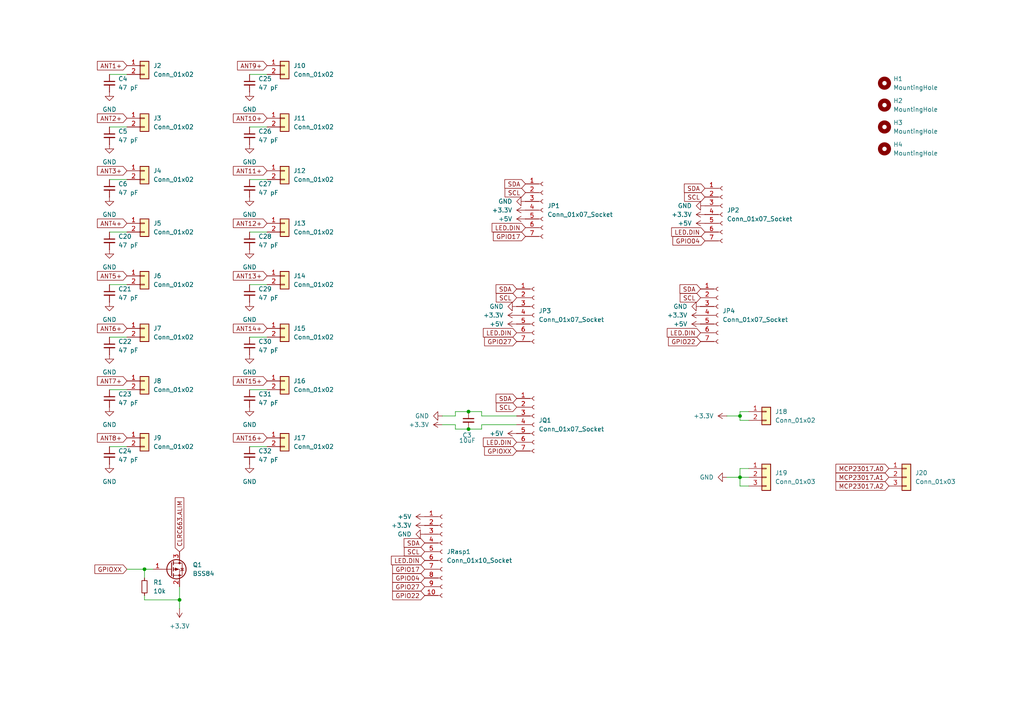
<source format=kicad_sch>
(kicad_sch (version 20250114) (generator "eeschema") (generator_version "9.0")
  (paper "A4")
  (lib_symbols
    (symbol "Connector:Conn_01x07_Socket" (pin_names (offset 1.016) (hide yes))
      (property "Reference" "J" (at 0 10.16 0))
      (property "Value" "Conn_01x07_Socket" (at 0 -10.16 0))
      (symbol "Conn_01x07_Socket_1_1"
        (polyline (pts (xy -1.27 7.62) (xy -0.508 7.62)) (stroke (width 0.1524)))
        (polyline (pts (xy -1.27 5.08) (xy -0.508 5.08)) (stroke (width 0.1524)))
        (polyline (pts (xy -1.27 2.54) (xy -0.508 2.54)) (stroke (width 0.1524)))
        (polyline (pts (xy -1.27 0) (xy -0.508 0)) (stroke (width 0.1524)))
        (polyline (pts (xy -1.27 -2.54) (xy -0.508 -2.54)) (stroke (width 0.1524)))
        (polyline (pts (xy -1.27 -5.08) (xy -0.508 -5.08)) (stroke (width 0.1524)))
        (polyline (pts (xy -1.27 -7.62) (xy -0.508 -7.62)) (stroke (width 0.1524)))
        (arc (start 0 7.112) (mid -0.5058 7.62) (end 0 8.128) (stroke (width 0.1524)))
        (arc (start 0 4.572) (mid -0.5058 5.08) (end 0 5.588) (stroke (width 0.1524)))
        (arc (start 0 2.032) (mid -0.5058 2.54) (end 0 3.048) (stroke (width 0.1524)))
        (arc (start 0 -0.508) (mid -0.5058 0) (end 0 0.508) (stroke (width 0.1524)))
        (arc (start 0 -3.048) (mid -0.5058 -2.54) (end 0 -2.032) (stroke (width 0.1524)))
        (arc (start 0 -5.588) (mid -0.5058 -5.08) (end 0 -4.572) (stroke (width 0.1524)))
        (arc (start 0 -8.128) (mid -0.5058 -7.62) (end 0 -7.112) (stroke (width 0.1524)))
        (pin passive line (at -5.08 7.62 0) (length 3.81) (name "Pin_1") (number "1"))
        (pin passive line (at -5.08 5.08 0) (length 3.81) (name "Pin_2") (number "2"))
        (pin passive line (at -5.08 2.54 0) (length 3.81) (name "Pin_3") (number "3"))
        (pin passive line (at -5.08 0 0) (length 3.81) (name "Pin_4") (number "4"))
        (pin passive line (at -5.08 -2.54 0) (length 3.81) (name "Pin_5") (number "5"))
        (pin passive line (at -5.08 -5.08 0) (length 3.81) (name "Pin_6") (number "6"))
        (pin passive line (at -5.08 -7.62 0) (length 3.81) (name "Pin_7") (number "7"))
      )
    )
    (symbol "Connector:Conn_01x10_Socket" (pin_names (offset 1.016) (hide yes))
      (property "Reference" "J" (at 0 12.7 0))
      (property "Value" "Conn_01x10_Socket" (at 0 -15.24 0))
      (symbol "Conn_01x10_Socket_1_1"
        (polyline (pts (xy -1.27 10.16) (xy -0.508 10.16)) (stroke (width 0.1524)))
        (polyline (pts (xy -1.27 7.62) (xy -0.508 7.62)) (stroke (width 0.1524)))
        (polyline (pts (xy -1.27 5.08) (xy -0.508 5.08)) (stroke (width 0.1524)))
        (polyline (pts (xy -1.27 2.54) (xy -0.508 2.54)) (stroke (width 0.1524)))
        (polyline (pts (xy -1.27 0) (xy -0.508 0)) (stroke (width 0.1524)))
        (polyline (pts (xy -1.27 -2.54) (xy -0.508 -2.54)) (stroke (width 0.1524)))
        (polyline (pts (xy -1.27 -5.08) (xy -0.508 -5.08)) (stroke (width 0.1524)))
        (polyline (pts (xy -1.27 -7.62) (xy -0.508 -7.62)) (stroke (width 0.1524)))
        (polyline (pts (xy -1.27 -10.16) (xy -0.508 -10.16)) (stroke (width 0.1524)))
        (polyline (pts (xy -1.27 -12.7) (xy -0.508 -12.7)) (stroke (width 0.1524)))
        (arc (start 0 9.652) (mid -0.5058 10.16) (end 0 10.668) (stroke (width 0.1524)))
        (arc (start 0 7.112) (mid -0.5058 7.62) (end 0 8.128) (stroke (width 0.1524)))
        (arc (start 0 4.572) (mid -0.5058 5.08) (end 0 5.588) (stroke (width 0.1524)))
        (arc (start 0 2.032) (mid -0.5058 2.54) (end 0 3.048) (stroke (width 0.1524)))
        (arc (start 0 -0.508) (mid -0.5058 0) (end 0 0.508) (stroke (width 0.1524)))
        (arc (start 0 -3.048) (mid -0.5058 -2.54) (end 0 -2.032) (stroke (width 0.1524)))
        (arc (start 0 -5.588) (mid -0.5058 -5.08) (end 0 -4.572) (stroke (width 0.1524)))
        (arc (start 0 -8.128) (mid -0.5058 -7.62) (end 0 -7.112) (stroke (width 0.1524)))
        (arc (start 0 -10.668) (mid -0.5058 -10.16) (end 0 -9.652) (stroke (width 0.1524)))
        (arc (start 0 -13.208) (mid -0.5058 -12.7) (end 0 -12.192) (stroke (width 0.1524)))
        (pin passive line (at -5.08 10.16 0) (length 3.81) (name "Pin_1") (number "1"))
        (pin passive line (at -5.08 7.62 0) (length 3.81) (name "Pin_2") (number "2"))
        (pin passive line (at -5.08 5.08 0) (length 3.81) (name "Pin_3") (number "3"))
        (pin passive line (at -5.08 2.54 0) (length 3.81) (name "Pin_4") (number "4"))
        (pin passive line (at -5.08 0 0) (length 3.81) (name "Pin_5") (number "5"))
        (pin passive line (at -5.08 -2.54 0) (length 3.81) (name "Pin_6") (number "6"))
        (pin passive line (at -5.08 -5.08 0) (length 3.81) (name "Pin_7") (number "7"))
        (pin passive line (at -5.08 -7.62 0) (length 3.81) (name "Pin_8") (number "8"))
        (pin passive line (at -5.08 -10.16 0) (length 3.81) (name "Pin_9") (number "9"))
        (pin passive line (at -5.08 -12.7 0) (length 3.81) (name "Pin_10") (number "10"))
      )
    )
    (symbol "Connector_Generic:Conn_01x02" (pin_names (offset 1.016) (hide yes))
      (property "Reference" "J" (at 0 2.54 0))
      (property "Value" "Conn_01x02" (at 0 -5.08 0))
      (symbol "Conn_01x02_1_1"
        (rectangle (start -1.27 1.27) (end 1.27 -3.81) (stroke (width 0.254)) (fill (type background)))
        (rectangle (start -1.27 0.127) (end 0 -0.127) (stroke (width 0.1524)))
        (rectangle (start -1.27 -2.413) (end 0 -2.667) (stroke (width 0.1524)))
        (pin passive line (at -5.08 0 0) (length 3.81) (name "Pin_1") (number "1"))
        (pin passive line (at -5.08 -2.54 0) (length 3.81) (name "Pin_2") (number "2"))
      )
    )
    (symbol "Connector_Generic:Conn_01x03" (pin_names (offset 1.016) (hide yes))
      (property "Reference" "J" (at 0 5.08 0))
      (property "Value" "Conn_01x03" (at 0 -5.08 0))
      (symbol "Conn_01x03_1_1"
        (rectangle (start -1.27 3.81) (end 1.27 -3.81) (stroke (width 0.254)) (fill (type background)))
        (rectangle (start -1.27 2.667) (end 0 2.413) (stroke (width 0.1524)))
        (rectangle (start -1.27 0.127) (end 0 -0.127) (stroke (width 0.1524)))
        (rectangle (start -1.27 -2.413) (end 0 -2.667) (stroke (width 0.1524)))
        (pin passive line (at -5.08 2.54 0) (length 3.81) (name "Pin_1") (number "1"))
        (pin passive line (at -5.08 0 0) (length 3.81) (name "Pin_2") (number "2"))
        (pin passive line (at -5.08 -2.54 0) (length 3.81) (name "Pin_3") (number "3"))
      )
    )
    (symbol "Device:C_Small" (pin_numbers (hide yes)) (pin_names (offset 0.254) (hide yes))
      (property "Reference" "C" (at 0.254 1.778 0))
      (property "Value" "C_Small" (at 0.254 -2.032 0))
      (symbol "C_Small_0_1"
        (polyline (pts (xy -1.524 0.508) (xy 1.524 0.508)) (stroke (width 0.3048)))
        (polyline (pts (xy -1.524 -0.508) (xy 1.524 -0.508)) (stroke (width 0.3302)))
      )
      (symbol "C_Small_1_1"
        (pin passive line (at 0 2.54 270) (length 2.032) (name "~") (number "1"))
        (pin passive line (at 0 -2.54 90) (length 2.032) (name "~") (number "2"))
      )
    )
    (symbol "Device:R_Small" (pin_numbers (hide yes)) (pin_names (offset 0.254) (hide yes))
      (property "Reference" "R" (at 0.762 0.508 0))
      (property "Value" "R_Small" (at 0.762 -1.016 0))
      (symbol "R_Small_0_1"
        (rectangle (start -0.762 1.778) (end 0.762 -1.778) (stroke (width 0.2032)))
      )
      (symbol "R_Small_1_1"
        (pin passive line (at 0 2.54 270) (length 0.762) (name "~") (number "1"))
        (pin passive line (at 0 -2.54 90) (length 0.762) (name "~") (number "2"))
      )
    )
    (symbol "Mechanical:MountingHole" (pin_names (offset 1.016)) (exclude_from_sim yes) (in_bom no)
      (property "Reference" "H" (at 0 5.08 0))
      (property "Value" "MountingHole" (at 0 3.175 0))
      (symbol "MountingHole_0_1"
        (circle (center 0 0) (radius 1.27) (stroke (width 1.27)))
      )
    )
    (symbol "Transistor_FET:BSS84" (pin_names (hide yes))
      (property "Reference" "Q" (at 5.08 1.905 0))
      (property "Value" "BSS84" (at 5.08 0 0))
      (symbol "BSS84_0_1"
        (polyline (pts (xy 0.254 1.905) (xy 0.254 -1.905)) (stroke (width 0.254)))
        (polyline (pts (xy 0.254 0) (xy -2.54 0)))
        (polyline (pts (xy 0.762 2.286) (xy 0.762 1.27)) (stroke (width 0.254)))
        (polyline (pts (xy 0.762 1.778) (xy 3.302 1.778) (xy 3.302 -1.778) (xy 0.762 -1.778)))
        (polyline (pts (xy 0.762 0.508) (xy 0.762 -0.508)) (stroke (width 0.254)))
        (polyline (pts (xy 0.762 -1.27) (xy 0.762 -2.286)) (stroke (width 0.254)))
        (circle (center 1.651 0) (radius 2.794) (stroke (width 0.254)))
        (polyline (pts (xy 2.286 0) (xy 1.27 0.381) (xy 1.27 -0.381) (xy 2.286 0)) (fill (type outline)))
        (polyline (pts (xy 2.54 2.54) (xy 2.54 1.778)))
        (circle (center 2.54 1.778) (radius 0.254) (fill (type outline)))
        (circle (center 2.54 -1.778) (radius 0.254) (fill (type outline)))
        (polyline (pts (xy 2.54 -2.54) (xy 2.54 0) (xy 0.762 0)))
        (polyline (pts (xy 2.794 -0.508) (xy 2.921 -0.381) (xy 3.683 -0.381) (xy 3.81 -0.254)))
        (polyline (pts (xy 3.302 -0.381) (xy 2.921 0.254) (xy 3.683 0.254) (xy 3.302 -0.381)))
      )
      (symbol "BSS84_1_1"
        (pin input line (at -5.08 0 0) (length 2.54) (name "G") (number "1"))
        (pin passive line (at 2.54 5.08 270) (length 2.54) (name "D") (number "3"))
        (pin passive line (at 2.54 -5.08 90) (length 2.54) (name "S") (number "2"))
      )
    )
    (symbol "power:+3.3V" (power) (pin_numbers (hide yes)) (pin_names (offset 0) (hide yes))
      (property "Value" "+3.3V" (at 0 3.556 0))
      (symbol "+3.3V_0_1"
        (polyline (pts (xy -0.762 1.27) (xy 0 2.54)))
        (polyline (pts (xy 0 2.54) (xy 0.762 1.27)))
        (polyline (pts (xy 0 0) (xy 0 2.54)))
      )
      (symbol "+3.3V_1_1"
        (pin power_in line (at 0 0 90) (length 0) (name "~") (number "1"))
      )
    )
    (symbol "power:+5V" (power) (pin_numbers (hide yes)) (pin_names (offset 0) (hide yes))
      (property "Value" "+5V" (at 0 3.556 0))
      (symbol "+5V_0_1"
        (polyline (pts (xy -0.762 1.27) (xy 0 2.54)))
        (polyline (pts (xy 0 2.54) (xy 0.762 1.27)))
        (polyline (pts (xy 0 0) (xy 0 2.54)))
      )
      (symbol "+5V_1_1"
        (pin power_in line (at 0 0 90) (length 0) (name "~") (number "1"))
      )
    )
    (symbol "power:GND" (power) (pin_numbers (hide yes)) (pin_names (offset 0) (hide yes))
      (property "Value" "GND" (at 0 -3.81 0))
      (symbol "GND_0_1"
        (polyline (pts (xy 0 0) (xy 0 -1.27) (xy 1.27 -1.27) (xy 0 -2.54) (xy -1.27 -1.27) (xy 0 -1.27)))
      )
      (symbol "GND_1_1"
        (pin power_in line (at 0 0 270) (length 0) (name "~") (number "1"))
      )
    )
  )
  (junction (at 135.89 119.38))
  (junction (at 52.07 173.99))
  (junction (at 214.63 138.43))
  (junction (at 214.63 120.65))
  (junction (at 135.89 124.46))
  (junction (at 41.91 165.1))
  (wire (pts (xy 128.27 123.19) (xy 132.08 123.19)))
  (wire (pts (xy 31.75 113.03) (xy 36.83 113.03)))
  (wire (pts (xy 214.63 138.43) (xy 217.17 138.43)))
  (wire (pts (xy 41.91 172.72) (xy 41.91 173.99)))
  (wire (pts (xy 128.27 120.65) (xy 132.08 120.65)))
  (wire (pts (xy 72.39 97.79) (xy 77.47 97.79)))
  (wire (pts (xy 214.63 121.92) (xy 214.63 120.65)))
  (wire (pts (xy 210.82 138.43) (xy 214.63 138.43)))
  (wire (pts (xy 31.75 129.54) (xy 36.83 129.54)))
  (wire (pts (xy 41.91 165.1) (xy 44.45 165.1)))
  (wire (pts (xy 139.7 123.19) (xy 139.7 124.46)))
  (wire (pts (xy 72.39 52.07) (xy 77.47 52.07)))
  (wire (pts (xy 31.75 21.59) (xy 36.83 21.59)))
  (wire (pts (xy 139.7 119.38) (xy 135.89 119.38)))
  (wire (pts (xy 72.39 21.59) (xy 77.47 21.59)))
  (wire (pts (xy 217.17 140.97) (xy 214.63 140.97)))
  (wire (pts (xy 210.82 120.65) (xy 214.63 120.65)))
  (wire (pts (xy 36.83 165.1) (xy 41.91 165.1)))
  (wire (pts (xy 72.39 67.31) (xy 77.47 67.31)))
  (wire (pts (xy 31.75 36.83) (xy 36.83 36.83)))
  (wire (pts (xy 139.7 124.46) (xy 135.89 124.46)))
  (wire (pts (xy 72.39 82.55) (xy 77.47 82.55)))
  (wire (pts (xy 132.08 124.46) (xy 135.89 124.46)))
  (wire (pts (xy 52.07 173.99) (xy 52.07 170.18)))
  (wire (pts (xy 72.39 113.03) (xy 77.47 113.03)))
  (wire (pts (xy 214.63 119.38) (xy 217.17 119.38)))
  (wire (pts (xy 52.07 176.53) (xy 52.07 173.99)))
  (wire (pts (xy 214.63 135.89) (xy 217.17 135.89)))
  (wire (pts (xy 31.75 97.79) (xy 36.83 97.79)))
  (wire (pts (xy 31.75 82.55) (xy 36.83 82.55)))
  (wire (pts (xy 41.91 173.99) (xy 52.07 173.99)))
  (wire (pts (xy 214.63 138.43) (xy 214.63 135.89)))
  (wire (pts (xy 149.86 120.65) (xy 139.7 120.65)))
  (wire (pts (xy 132.08 119.38) (xy 135.89 119.38)))
  (wire (pts (xy 31.75 67.31) (xy 36.83 67.31)))
  (wire (pts (xy 132.08 123.19) (xy 132.08 124.46)))
  (wire (pts (xy 139.7 120.65) (xy 139.7 119.38)))
  (wire (pts (xy 31.75 52.07) (xy 36.83 52.07)))
  (wire (pts (xy 132.08 120.65) (xy 132.08 119.38)))
  (wire (pts (xy 214.63 120.65) (xy 214.63 119.38)))
  (wire (pts (xy 214.63 140.97) (xy 214.63 138.43)))
  (wire (pts (xy 72.39 129.54) (xy 77.47 129.54)))
  (wire (pts (xy 217.17 121.92) (xy 214.63 121.92)))
  (wire (pts (xy 41.91 167.64) (xy 41.91 165.1)))
  (wire (pts (xy 149.86 123.19) (xy 139.7 123.19)))
  (wire (pts (xy 72.39 36.83) (xy 77.47 36.83)))
  (global_label "ANT10+" (shape input) (at 77.47 34.29 180) (property "Intersheetrefs" "${INTERSHEET_REFS}" (effects (hide yes))))
  (global_label "GPIO22" (shape input) (at 123.19 172.72 180) (property "Intersheetrefs" "${INTERSHEET_REFS}" (effects (hide yes))))
  (global_label "LED.DIN" (shape input) (at 149.86 128.27 180) (property "Intersheetrefs" "${INTERSHEET_REFS}" (effects (hide yes))))
  (global_label "ANT7+" (shape input) (at 36.83 110.49 180) (property "Intersheetrefs" "${INTERSHEET_REFS}" (effects (hide yes))))
  (global_label "GPIO27" (shape input) (at 123.19 170.18 180) (property "Intersheetrefs" "${INTERSHEET_REFS}" (effects (hide yes))))
  (global_label "ANT12+" (shape input) (at 77.47 64.77 180) (property "Intersheetrefs" "${INTERSHEET_REFS}" (effects (hide yes))))
  (global_label "SDA" (shape input) (at 123.19 157.48 180) (property "Intersheetrefs" "${INTERSHEET_REFS}" (effects (hide yes))))
  (global_label "SDA" (shape input) (at 204.47 54.61 180) (property "Intersheetrefs" "${INTERSHEET_REFS}" (effects (hide yes))))
  (global_label "ANT8+" (shape input) (at 36.83 127 180) (property "Intersheetrefs" "${INTERSHEET_REFS}" (effects (hide yes))))
  (global_label "ANT15+" (shape input) (at 77.47 110.49 180) (property "Intersheetrefs" "${INTERSHEET_REFS}" (effects (hide yes))))
  (global_label "MCP23017.A1" (shape input) (at 257.81 138.43 180) (property "Intersheetrefs" "${INTERSHEET_REFS}" (effects (hide yes))))
  (global_label "GPIOXX" (shape input) (at 36.83 165.1 180) (property "Intersheetrefs" "${INTERSHEET_REFS}" (effects (hide yes))))
  (global_label "GPIO04" (shape input) (at 204.47 69.85 180) (property "Intersheetrefs" "${INTERSHEET_REFS}" (effects (hide yes))))
  (global_label "ANT5+" (shape input) (at 36.83 80.01 180) (property "Intersheetrefs" "${INTERSHEET_REFS}" (effects (hide yes))))
  (global_label "LED.DIN" (shape input) (at 149.86 96.52 180) (property "Intersheetrefs" "${INTERSHEET_REFS}" (effects (hide yes))))
  (global_label "MCP23017.A0" (shape input) (at 257.81 135.89 180) (property "Intersheetrefs" "${INTERSHEET_REFS}" (effects (hide yes))))
  (global_label "SDA" (shape input) (at 149.86 115.57 180) (property "Intersheetrefs" "${INTERSHEET_REFS}" (effects (hide yes))))
  (global_label "ANT2+" (shape input) (at 36.83 34.29 180) (property "Intersheetrefs" "${INTERSHEET_REFS}" (effects (hide yes))))
  (global_label "LED.DIN" (shape input) (at 203.2 96.52 180) (property "Intersheetrefs" "${INTERSHEET_REFS}" (effects (hide yes))))
  (global_label "ANT14+" (shape input) (at 77.47 95.25 180) (property "Intersheetrefs" "${INTERSHEET_REFS}" (effects (hide yes))))
  (global_label "GPIO27" (shape input) (at 149.86 99.06 180) (property "Intersheetrefs" "${INTERSHEET_REFS}" (effects (hide yes))))
  (global_label "ANT4+" (shape input) (at 36.83 64.77 180) (property "Intersheetrefs" "${INTERSHEET_REFS}" (effects (hide yes))))
  (global_label "LED.DIN" (shape input) (at 123.19 162.56 180) (property "Intersheetrefs" "${INTERSHEET_REFS}" (effects (hide yes))))
  (global_label "GPIO04" (shape input) (at 123.19 167.64 180) (property "Intersheetrefs" "${INTERSHEET_REFS}" (effects (hide yes))))
  (global_label "SCL" (shape input) (at 149.86 86.36 180) (property "Intersheetrefs" "${INTERSHEET_REFS}" (effects (hide yes))))
  (global_label "GPIO22" (shape input) (at 203.2 99.06 180) (property "Intersheetrefs" "${INTERSHEET_REFS}" (effects (hide yes))))
  (global_label "ANT13+" (shape input) (at 77.47 80.01 180) (property "Intersheetrefs" "${INTERSHEET_REFS}" (effects (hide yes))))
  (global_label "SCL" (shape input) (at 152.4 55.88 180) (property "Intersheetrefs" "${INTERSHEET_REFS}" (effects (hide yes))))
  (global_label "LED.DIN" (shape input) (at 204.47 67.31 180) (property "Intersheetrefs" "${INTERSHEET_REFS}" (effects (hide yes))))
  (global_label "SCL" (shape input) (at 149.86 118.11 180) (property "Intersheetrefs" "${INTERSHEET_REFS}" (effects (hide yes))))
  (global_label "SDA" (shape input) (at 149.86 83.82 180) (property "Intersheetrefs" "${INTERSHEET_REFS}" (effects (hide yes))))
  (global_label "GPIOXX" (shape input) (at 149.86 130.81 180) (property "Intersheetrefs" "${INTERSHEET_REFS}" (effects (hide yes))))
  (global_label "ANT1+" (shape input) (at 36.83 19.05 180) (property "Intersheetrefs" "${INTERSHEET_REFS}" (effects (hide yes))))
  (global_label "ANT11+" (shape input) (at 77.47 49.53 180) (property "Intersheetrefs" "${INTERSHEET_REFS}" (effects (hide yes))))
  (global_label "SDA" (shape input) (at 152.4 53.34 180) (property "Intersheetrefs" "${INTERSHEET_REFS}" (effects (hide yes))))
  (global_label "SCL" (shape input) (at 203.2 86.36 180) (property "Intersheetrefs" "${INTERSHEET_REFS}" (effects (hide yes))))
  (global_label "ANT16+" (shape input) (at 77.47 127 180) (property "Intersheetrefs" "${INTERSHEET_REFS}" (effects (hide yes))))
  (global_label "ANT6+" (shape input) (at 36.83 95.25 180) (property "Intersheetrefs" "${INTERSHEET_REFS}" (effects (hide yes))))
  (global_label "SCL" (shape input) (at 204.47 57.15 180) (property "Intersheetrefs" "${INTERSHEET_REFS}" (effects (hide yes))))
  (global_label "SDA" (shape input) (at 203.2 83.82 180) (property "Intersheetrefs" "${INTERSHEET_REFS}" (effects (hide yes))))
  (global_label "GPIO17" (shape input) (at 152.4 68.58 180) (property "Intersheetrefs" "${INTERSHEET_REFS}" (effects (hide yes))))
  (global_label "MCP23017.A2" (shape input) (at 257.81 140.97 180) (property "Intersheetrefs" "${INTERSHEET_REFS}" (effects (hide yes))))
  (global_label "CLRC663.ALIM" (shape input) (at 52.07 160.02 90) (property "Intersheetrefs" "${INTERSHEET_REFS}" (effects (hide yes))))
  (global_label "ANT3+" (shape input) (at 36.83 49.53 180) (property "Intersheetrefs" "${INTERSHEET_REFS}" (effects (hide yes))))
  (global_label "ANT9+" (shape input) (at 77.47 19.05 180) (property "Intersheetrefs" "${INTERSHEET_REFS}" (effects (hide yes))))
  (global_label "LED.DIN" (shape input) (at 152.4 66.04 180) (property "Intersheetrefs" "${INTERSHEET_REFS}" (effects (hide yes))))
  (global_label "GPIO17" (shape input) (at 123.19 165.1 180) (property "Intersheetrefs" "${INTERSHEET_REFS}" (effects (hide yes))))
  (global_label "SCL" (shape input) (at 123.19 160.02 180) (property "Intersheetrefs" "${INTERSHEET_REFS}" (effects (hide yes))))
  (symbol (lib_id "power:GND") (at 203.2 88.9 270) (unit 1)
    (property "Reference" "#PWR061" (effects (hide yes)))
    (property "Value" "GND" (at 199.39 88.8999 90) (effects (justify right)))
    (property "Description" "Power symbol creates a global label with name \"GND\" , ground" (effects (hide yes)))
  )
  (symbol (lib_id "Device:R_Small") (at 41.91 170.18 0) (unit 1)
    (property "Reference" "R1" (at 44.45 168.9099 0) (effects (justify left)))
    (property "Value" "10k" (at 44.45 171.4499 0) (effects (justify left)))
    (property "Footprint" "Resistor_SMD:R_0402_1005Metric" (effects (hide yes)))
    (property "Description" "Resistor, small symbol" (effects (hide yes)))
  )
  (symbol (lib_id "Device:C_Small") (at 72.39 132.08 0) (unit 1)
    (property "Reference" "C32" (at 74.93 130.8162 0) (effects (justify left)))
    (property "Value" "47 pF" (at 74.93 133.3562 0) (effects (justify left)))
    (property "Footprint" "Capacitor_SMD:C_0402_1005Metric" (effects (hide yes)))
    (property "Description" "Unpolarized capacitor, small symbol" (effects (hide yes)))
  )
  (symbol (lib_id "power:+3.3V") (at 149.86 91.44 90) (unit 1)
    (property "Reference" "#PWR059" (effects (hide yes)))
    (property "Value" "+3.3V" (at 146.05 91.4399 90) (effects (justify left)))
    (property "Description" "Power symbol creates a global label with name \"+3.3V\"" (effects (hide yes)))
  )
  (symbol (lib_id "Device:C_Small") (at 72.39 24.13 0) (unit 1)
    (property "Reference" "C25" (at 74.93 22.8662 0) (effects (justify left)))
    (property "Value" "47 pF" (at 74.93 25.4062 0) (effects (justify left)))
    (property "Footprint" "Capacitor_SMD:C_0402_1005Metric" (effects (hide yes)))
    (property "Description" "Unpolarized capacitor, small symbol" (effects (hide yes)))
  )
  (symbol (lib_id "Connector_Generic:Conn_01x02") (at 82.55 127 0) (unit 1)
    (property "Reference" "J17" (at 85.09 126.9999 0) (effects (justify left)))
    (property "Value" "Conn_01x02" (at 85.09 129.5399 0) (effects (justify left)))
    (property "Footprint" "Connector_PinHeader_2.54mm:PinHeader_1x02_P2.54mm_Vertical" (effects (hide yes)))
    (property "Description" "Generic connector, single row, 01x02, script generated (kicad-library-utils/schlib/autogen/connector/)" (effects (hide yes)))
  )
  (symbol (lib_id "Device:C_Small") (at 31.75 85.09 0) (unit 1)
    (property "Reference" "C21" (at 34.29 83.8262 0) (effects (justify left)))
    (property "Value" "47 pF" (at 34.29 86.3662 0) (effects (justify left)))
    (property "Footprint" "Capacitor_SMD:C_0402_1005Metric" (effects (hide yes)))
    (property "Description" "Unpolarized capacitor, small symbol" (effects (hide yes)))
  )
  (symbol (lib_id "power:GND") (at 123.19 154.94 270) (unit 1)
    (property "Reference" "#PWR06" (effects (hide yes)))
    (property "Value" "GND" (at 119.38 154.9399 90) (effects (justify right)))
    (property "Description" "Power symbol creates a global label with name \"GND\" , ground" (effects (hide yes)))
  )
  (symbol (lib_id "power:+3.3V") (at 52.07 176.53 180) (unit 1)
    (property "Reference" "#PWR016" (effects (hide yes)))
    (property "Value" "+3.3V" (at 52.07 181.61 0))
    (property "Description" "Power symbol creates a global label with name \"+3.3V\"" (effects (hide yes)))
  )
  (symbol (lib_id "Connector_Generic:Conn_01x02") (at 82.55 19.05 0) (unit 1)
    (property "Reference" "J10" (at 85.09 19.0499 0) (effects (justify left)))
    (property "Value" "Conn_01x02" (at 85.09 21.5899 0) (effects (justify left)))
    (property "Footprint" "Connector_PinHeader_2.54mm:PinHeader_1x02_P2.54mm_Vertical" (effects (hide yes)))
    (property "Description" "Generic connector, single row, 01x02, script generated (kicad-library-utils/schlib/autogen/connector/)" (effects (hide yes)))
  )
  (symbol (lib_id "Connector_Generic:Conn_01x02") (at 41.91 34.29 0) (unit 1)
    (property "Reference" "J3" (at 44.45 34.2899 0) (effects (justify left)))
    (property "Value" "Conn_01x02" (at 44.45 36.8299 0) (effects (justify left)))
    (property "Footprint" "Connector_PinHeader_2.54mm:PinHeader_1x02_P2.54mm_Vertical" (effects (hide yes)))
    (property "Description" "Generic connector, single row, 01x02, script generated (kicad-library-utils/schlib/autogen/connector/)" (effects (hide yes)))
  )
  (symbol (lib_id "Device:C_Small") (at 72.39 69.85 0) (unit 1)
    (property "Reference" "C28" (at 74.93 68.5862 0) (effects (justify left)))
    (property "Value" "47 pF" (at 74.93 71.1262 0) (effects (justify left)))
    (property "Footprint" "Capacitor_SMD:C_0402_1005Metric" (effects (hide yes)))
    (property "Description" "Unpolarized capacitor, small symbol" (effects (hide yes)))
  )
  (symbol (lib_id "Connector_Generic:Conn_01x03") (at 262.89 138.43 0) (unit 1)
    (property "Reference" "J20" (at 265.43 137.1599 0) (effects (justify left)))
    (property "Value" "Conn_01x03" (at 265.43 139.6999 0) (effects (justify left)))
    (property "Footprint" "Connector_PinHeader_2.54mm:PinHeader_1x03_P2.54mm_Vertical" (effects (hide yes)))
    (property "Description" "Generic connector, single row, 01x03, script generated (kicad-library-utils/schlib/autogen/connector/)" (effects (hide yes)))
  )
  (symbol (lib_id "power:+3.3V") (at 128.27 123.19 90) (unit 1)
    (property "Reference" "#PWR065" (effects (hide yes)))
    (property "Value" "+3.3V" (at 124.46 123.1899 90) (effects (justify left)))
    (property "Description" "Power symbol creates a global label with name \"+3.3V\"" (effects (hide yes)))
  )
  (symbol (lib_id "power:GND") (at 210.82 138.43 270) (unit 1)
    (property "Reference" "#PWR050" (effects (hide yes)))
    (property "Value" "GND" (at 207.01 138.4299 90) (effects (justify right)))
    (property "Description" "Power symbol creates a global label with name \"GND\" , ground" (effects (hide yes)))
  )
  (symbol (lib_id "Connector_Generic:Conn_01x02") (at 82.55 64.77 0) (unit 1)
    (property "Reference" "J13" (at 85.09 64.7699 0) (effects (justify left)))
    (property "Value" "Conn_01x02" (at 85.09 67.3099 0) (effects (justify left)))
    (property "Footprint" "Connector_PinHeader_2.54mm:PinHeader_1x02_P2.54mm_Vertical" (effects (hide yes)))
    (property "Description" "Generic connector, single row, 01x02, script generated (kicad-library-utils/schlib/autogen/connector/)" (effects (hide yes)))
  )
  (symbol (lib_id "Device:C_Small") (at 31.75 115.57 0) (unit 1)
    (property "Reference" "C23" (at 34.29 114.3062 0) (effects (justify left)))
    (property "Value" "47 pF" (at 34.29 116.8462 0) (effects (justify left)))
    (property "Footprint" "Capacitor_SMD:C_0402_1005Metric" (effects (hide yes)))
    (property "Description" "Unpolarized capacitor, small symbol" (effects (hide yes)))
  )
  (symbol (lib_id "Device:C_Small") (at 31.75 132.08 0) (unit 1)
    (property "Reference" "C24" (at 34.29 130.8162 0) (effects (justify left)))
    (property "Value" "47 pF" (at 34.29 133.3562 0) (effects (justify left)))
    (property "Footprint" "Capacitor_SMD:C_0402_1005Metric" (effects (hide yes)))
    (property "Description" "Unpolarized capacitor, small symbol" (effects (hide yes)))
  )
  (symbol (lib_id "Device:C_Small") (at 31.75 69.85 0) (unit 1)
    (property "Reference" "C20" (at 34.29 68.5862 0) (effects (justify left)))
    (property "Value" "47 pF" (at 34.29 71.1262 0) (effects (justify left)))
    (property "Footprint" "Capacitor_SMD:C_0402_1005Metric" (effects (hide yes)))
    (property "Description" "Unpolarized capacitor, small symbol" (effects (hide yes)))
  )
  (symbol (lib_id "Connector_Generic:Conn_01x02") (at 82.55 110.49 0) (unit 1)
    (property "Reference" "J16" (at 85.09 110.4899 0) (effects (justify left)))
    (property "Value" "Conn_01x02" (at 85.09 113.0299 0) (effects (justify left)))
    (property "Footprint" "Connector_PinHeader_2.54mm:PinHeader_1x02_P2.54mm_Vertical" (effects (hide yes)))
    (property "Description" "Generic connector, single row, 01x02, script generated (kicad-library-utils/schlib/autogen/connector/)" (effects (hide yes)))
  )
  (symbol (lib_id "power:GND") (at 31.75 57.15 0) (unit 1)
    (property "Reference" "#PWR022" (effects (hide yes)))
    (property "Value" "GND" (at 31.75 62.23 0))
    (property "Description" "Power symbol creates a global label with name \"GND\" , ground" (effects (hide yes)))
  )
  (symbol (lib_id "power:GND") (at 31.75 118.11 0) (unit 1)
    (property "Reference" "#PWR031" (effects (hide yes)))
    (property "Value" "GND" (at 31.75 123.19 0))
    (property "Description" "Power symbol creates a global label with name \"GND\" , ground" (effects (hide yes)))
  )
  (symbol (lib_id "Device:C_Small") (at 72.39 39.37 0) (unit 1)
    (property "Reference" "C26" (at 74.93 38.1062 0) (effects (justify left)))
    (property "Value" "47 pF" (at 74.93 40.6462 0) (effects (justify left)))
    (property "Footprint" "Capacitor_SMD:C_0402_1005Metric" (effects (hide yes)))
    (property "Description" "Unpolarized capacitor, small symbol" (effects (hide yes)))
  )
  (symbol (lib_id "Mechanical:MountingHole") (at 256.54 30.48 0) (unit 1) (exclude_from_sim yes) (in_bom no)
    (property "Reference" "H2" (at 259.08 29.2099 0) (effects (justify left)))
    (property "Value" "MountingHole" (at 259.08 31.7499 0) (effects (justify left)))
    (property "Footprint" "MountingHole:MountingHole_4mm" (effects (hide yes)))
    (property "Description" "Mounting Hole without connection" (effects (hide yes)))
  )
  (symbol (lib_id "power:+5V") (at 123.19 149.86 90) (unit 1)
    (property "Reference" "#PWR01" (effects (hide yes)))
    (property "Value" "+5V" (at 119.38 149.8599 90) (effects (justify left)))
    (property "Description" "Power symbol creates a global label with name \"+5V\"" (effects (hide yes)))
  )
  (symbol (lib_id "power:+3.3V") (at 210.82 120.65 90) (unit 1)
    (property "Reference" "#PWR011" (effects (hide yes)))
    (property "Value" "+3.3V" (at 207.01 120.6499 90) (effects (justify left)))
    (property "Description" "Power symbol creates a global label with name \"+3.3V\"" (effects (hide yes)))
  )
  (symbol (lib_id "power:+3.3V") (at 204.47 62.23 90) (unit 1)
    (property "Reference" "#PWR056" (effects (hide yes)))
    (property "Value" "+3.3V" (at 200.66 62.2299 90) (effects (justify left)))
    (property "Description" "Power symbol creates a global label with name \"+3.3V\"" (effects (hide yes)))
  )
  (symbol (lib_id "Connector:Conn_01x07_Socket") (at 208.28 91.44 0) (unit 1)
    (property "Reference" "JP4" (at 209.55 90.1699 0) (effects (justify left)))
    (property "Value" "Conn_01x07_Socket" (at 209.55 92.7099 0) (effects (justify left)))
    (property "Footprint" "Connector_JST:JST_VH_B7PS-VH_1x07_P3.96mm_Horizontal" (effects (hide yes)))
    (property "Description" "Generic connector, single row, 01x07, script generated" (effects (hide yes)))
  )
  (symbol (lib_id "Mechanical:MountingHole") (at 256.54 43.18 0) (unit 1) (exclude_from_sim yes) (in_bom no)
    (property "Reference" "H4" (at 259.08 41.9099 0) (effects (justify left)))
    (property "Value" "MountingHole" (at 259.08 44.4499 0) (effects (justify left)))
    (property "Footprint" "MountingHole:MountingHole_4mm" (effects (hide yes)))
    (property "Description" "Mounting Hole without connection" (effects (hide yes)))
  )
  (symbol (lib_id "power:GND") (at 72.39 26.67 0) (unit 1)
    (property "Reference" "#PWR033" (effects (hide yes)))
    (property "Value" "GND" (at 72.39 31.75 0))
    (property "Description" "Power symbol creates a global label with name \"GND\" , ground" (effects (hide yes)))
  )
  (symbol (lib_id "Connector_Generic:Conn_01x02") (at 41.91 19.05 0) (unit 1)
    (property "Reference" "J2" (at 44.45 19.0499 0) (effects (justify left)))
    (property "Value" "Conn_01x02" (at 44.45 21.5899 0) (effects (justify left)))
    (property "Footprint" "Connector_PinHeader_2.54mm:PinHeader_1x02_P2.54mm_Vertical" (effects (hide yes)))
    (property "Description" "Generic connector, single row, 01x02, script generated (kicad-library-utils/schlib/autogen/connector/)" (effects (hide yes)))
  )
  (symbol (lib_id "power:+5V") (at 203.2 93.98 90) (unit 1)
    (property "Reference" "#PWR063" (effects (hide yes)))
    (property "Value" "+5V" (at 199.39 93.9799 90) (effects (justify left)))
    (property "Description" "Power symbol creates a global label with name \"+5V\"" (effects (hide yes)))
  )
  (symbol (lib_id "Mechanical:MountingHole") (at 256.54 36.83 0) (unit 1) (exclude_from_sim yes) (in_bom no)
    (property "Reference" "H3" (at 259.08 35.5599 0) (effects (justify left)))
    (property "Value" "MountingHole" (at 259.08 38.0999 0) (effects (justify left)))
    (property "Footprint" "MountingHole:MountingHole_4mm" (effects (hide yes)))
    (property "Description" "Mounting Hole without connection" (effects (hide yes)))
  )
  (symbol (lib_id "power:GND") (at 72.39 87.63 0) (unit 1)
    (property "Reference" "#PWR046" (effects (hide yes)))
    (property "Value" "GND" (at 72.39 92.71 0))
    (property "Description" "Power symbol creates a global label with name \"GND\" , ground" (effects (hide yes)))
  )
  (symbol (lib_id "power:GND") (at 128.27 120.65 270) (unit 1)
    (property "Reference" "#PWR064" (effects (hide yes)))
    (property "Value" "GND" (at 124.46 120.6499 90) (effects (justify right)))
    (property "Description" "Power symbol creates a global label with name \"GND\" , ground" (effects (hide yes)))
  )
  (symbol (lib_id "Connector_Generic:Conn_01x02") (at 82.55 95.25 0) (unit 1)
    (property "Reference" "J15" (at 85.09 95.2499 0) (effects (justify left)))
    (property "Value" "Conn_01x02" (at 85.09 97.7899 0) (effects (justify left)))
    (property "Footprint" "Connector_PinHeader_2.54mm:PinHeader_1x02_P2.54mm_Vertical" (effects (hide yes)))
    (property "Description" "Generic connector, single row, 01x02, script generated (kicad-library-utils/schlib/autogen/connector/)" (effects (hide yes)))
  )
  (symbol (lib_id "power:GND") (at 31.75 26.67 0) (unit 1)
    (property "Reference" "#PWR017" (effects (hide yes)))
    (property "Value" "GND" (at 31.75 31.75 0))
    (property "Description" "Power symbol creates a global label with name \"GND\" , ground" (effects (hide yes)))
  )
  (symbol (lib_id "Connector_Generic:Conn_01x02") (at 82.55 34.29 0) (unit 1)
    (property "Reference" "J11" (at 85.09 34.2899 0) (effects (justify left)))
    (property "Value" "Conn_01x02" (at 85.09 36.8299 0) (effects (justify left)))
    (property "Footprint" "Connector_PinHeader_2.54mm:PinHeader_1x02_P2.54mm_Vertical" (effects (hide yes)))
    (property "Description" "Generic connector, single row, 01x02, script generated (kicad-library-utils/schlib/autogen/connector/)" (effects (hide yes)))
  )
  (symbol (lib_id "power:GND") (at 72.39 57.15 0) (unit 1)
    (property "Reference" "#PWR044" (effects (hide yes)))
    (property "Value" "GND" (at 72.39 62.23 0))
    (property "Description" "Power symbol creates a global label with name \"GND\" , ground" (effects (hide yes)))
  )
  (symbol (lib_id "Connector_Generic:Conn_01x03") (at 222.25 138.43 0) (unit 1)
    (property "Reference" "J19" (at 224.79 137.1599 0) (effects (justify left)))
    (property "Value" "Conn_01x03" (at 224.79 139.6999 0) (effects (justify left)))
    (property "Footprint" "Connector_PinHeader_2.54mm:PinHeader_1x03_P2.54mm_Vertical" (effects (hide yes)))
    (property "Description" "Generic connector, single row, 01x03, script generated (kicad-library-utils/schlib/autogen/connector/)" (effects (hide yes)))
  )
  (symbol (lib_id "power:GND") (at 72.39 41.91 0) (unit 1)
    (property "Reference" "#PWR043" (effects (hide yes)))
    (property "Value" "GND" (at 72.39 46.99 0))
    (property "Description" "Power symbol creates a global label with name \"GND\" , ground" (effects (hide yes)))
  )
  (symbol (lib_id "power:+3.3V") (at 203.2 91.44 90) (unit 1)
    (property "Reference" "#PWR062" (effects (hide yes)))
    (property "Value" "+3.3V" (at 199.39 91.4399 90) (effects (justify left)))
    (property "Description" "Power symbol creates a global label with name \"+3.3V\"" (effects (hide yes)))
  )
  (symbol (lib_id "power:GND") (at 31.75 134.62 0) (unit 1)
    (property "Reference" "#PWR032" (effects (hide yes)))
    (property "Value" "GND" (at 31.75 139.7 0))
    (property "Description" "Power symbol creates a global label with name \"GND\" , ground" (effects (hide yes)))
  )
  (symbol (lib_id "power:GND") (at 152.4 58.42 270) (unit 1)
    (property "Reference" "#PWR068" (effects (hide yes)))
    (property "Value" "GND" (at 148.59 58.4199 90) (effects (justify right)))
    (property "Description" "Power symbol creates a global label with name \"GND\" , ground" (effects (hide yes)))
  )
  (symbol (lib_id "power:GND") (at 72.39 72.39 0) (unit 1)
    (property "Reference" "#PWR045" (effects (hide yes)))
    (property "Value" "GND" (at 72.39 77.47 0))
    (property "Description" "Power symbol creates a global label with name \"GND\" , ground" (effects (hide yes)))
  )
  (symbol (lib_id "Connector:Conn_01x07_Socket") (at 154.94 123.19 0) (unit 1)
    (property "Reference" "JQ1" (at 156.21 121.9199 0) (effects (justify left)))
    (property "Value" "Conn_01x07_Socket" (at 156.21 124.4599 0) (effects (justify left)))
    (property "Footprint" "Connector_JST:JST_VH_B7PS-VH_1x07_P3.96mm_Horizontal" (effects (hide yes)))
    (property "Description" "Generic connector, single row, 01x07, script generated" (effects (hide yes)))
  )
  (symbol (lib_id "power:+3.3V") (at 123.19 152.4 90) (unit 1)
    (property "Reference" "#PWR04" (effects (hide yes)))
    (property "Value" "+3.3V" (at 119.38 152.3999 90) (effects (justify left)))
    (property "Description" "Power symbol creates a global label with name \"+3.3V\"" (effects (hide yes)))
  )
  (symbol (lib_id "Device:C_Small") (at 135.89 121.92 0) (unit 1)
    (property "Reference" "C3" (at 134.112 126.238 0) (effects (justify left)))
    (property "Value" "10uF" (at 133.096 127.762 0) (effects (justify left)))
    (property "Footprint" "Capacitor_SMD:C_0402_1005Metric" (effects (hide yes)))
    (property "Description" "Unpolarized capacitor, small symbol" (effects (hide yes)))
  )
  (symbol (lib_id "Connector_Generic:Conn_01x02") (at 222.25 119.38 0) (unit 1)
    (property "Reference" "J18" (at 224.79 119.3799 0) (effects (justify left)))
    (property "Value" "Conn_01x02" (at 224.79 121.9199 0) (effects (justify left)))
    (property "Footprint" "Connector_PinHeader_2.54mm:PinHeader_1x02_P2.54mm_Vertical" (effects (hide yes)))
    (property "Description" "Generic connector, single row, 01x02, script generated (kicad-library-utils/schlib/autogen/connector/)" (effects (hide yes)))
  )
  (symbol (lib_id "Device:C_Small") (at 72.39 54.61 0) (unit 1)
    (property "Reference" "C27" (at 74.93 53.3462 0) (effects (justify left)))
    (property "Value" "47 pF" (at 74.93 55.8862 0) (effects (justify left)))
    (property "Footprint" "Capacitor_SMD:C_0402_1005Metric" (effects (hide yes)))
    (property "Description" "Unpolarized capacitor, small symbol" (effects (hide yes)))
  )
  (symbol (lib_id "Connector:Conn_01x10_Socket") (at 128.27 160.02 0) (unit 1)
    (property "Reference" "JRasp1" (at 129.54 160.0199 0) (effects (justify left)))
    (property "Value" "Conn_01x10_Socket" (at 129.54 162.5599 0) (effects (justify left)))
    (property "Footprint" "Connector_PinHeader_1.00mm:PinHeader_1x10_P1.00mm_Vertical" (effects (hide yes)))
    (property "Description" "Generic connector, single row, 01x10, script generated" (effects (hide yes)))
  )
  (symbol (lib_id "Device:C_Small") (at 31.75 100.33 0) (unit 1)
    (property "Reference" "C22" (at 34.29 99.0662 0) (effects (justify left)))
    (property "Value" "47 pF" (at 34.29 101.6062 0) (effects (justify left)))
    (property "Footprint" "Capacitor_SMD:C_0402_1005Metric" (effects (hide yes)))
    (property "Description" "Unpolarized capacitor, small symbol" (effects (hide yes)))
  )
  (symbol (lib_id "Connector:Conn_01x07_Socket") (at 209.55 62.23 0) (unit 1)
    (property "Reference" "JP2" (at 210.82 60.9599 0) (effects (justify left)))
    (property "Value" "Conn_01x07_Socket" (at 210.82 63.4999 0) (effects (justify left)))
    (property "Footprint" "Connector_JST:JST_VH_B7PS-VH_1x07_P3.96mm_Horizontal" (effects (hide yes)))
    (property "Description" "Generic connector, single row, 01x07, script generated" (effects (hide yes)))
  )
  (symbol (lib_id "power:+5V") (at 204.47 64.77 90) (unit 1)
    (property "Reference" "#PWR057" (effects (hide yes)))
    (property "Value" "+5V" (at 200.66 64.7699 90) (effects (justify left)))
    (property "Description" "Power symbol creates a global label with name \"+5V\"" (effects (hide yes)))
  )
  (symbol (lib_id "Transistor_FET:BSS84") (at 49.53 165.1 0) (unit 1)
    (property "Reference" "Q1" (at 55.88 163.8299 0) (effects (justify left)))
    (property "Value" "BSS84" (at 55.88 166.3699 0) (effects (justify left)))
    (property "Footprint" "Package_TO_SOT_SMD:SOT-23" (effects (hide yes)))
    (property "Datasheet" "http://assets.nexperia.com/documents/data-sheet/BSS84.pdf" (effects (hide yes)))
    (property "Description" "-0.13A Id, -50V Vds, P-Channel MOSFET, SOT-23" (effects (hide yes)))
  )
  (symbol (lib_id "Connector:Conn_01x07_Socket") (at 154.94 91.44 0) (unit 1)
    (property "Reference" "JP3" (at 156.21 90.1699 0) (effects (justify left)))
    (property "Value" "Conn_01x07_Socket" (at 156.21 92.7099 0) (effects (justify left)))
    (property "Footprint" "Connector_JST:JST_VH_B7PS-VH_1x07_P3.96mm_Horizontal" (effects (hide yes)))
    (property "Description" "Generic connector, single row, 01x07, script generated" (effects (hide yes)))
  )
  (symbol (lib_id "Connector_Generic:Conn_01x02") (at 41.91 49.53 0) (unit 1)
    (property "Reference" "J4" (at 44.45 49.5299 0) (effects (justify left)))
    (property "Value" "Conn_01x02" (at 44.45 52.0699 0) (effects (justify left)))
    (property "Footprint" "Connector_PinHeader_2.54mm:PinHeader_1x02_P2.54mm_Vertical" (effects (hide yes)))
    (property "Description" "Generic connector, single row, 01x02, script generated (kicad-library-utils/schlib/autogen/connector/)" (effects (hide yes)))
  )
  (symbol (lib_id "Device:C_Small") (at 72.39 85.09 0) (unit 1)
    (property "Reference" "C29" (at 74.93 83.8262 0) (effects (justify left)))
    (property "Value" "47 pF" (at 74.93 86.3662 0) (effects (justify left)))
    (property "Footprint" "Capacitor_SMD:C_0402_1005Metric" (effects (hide yes)))
    (property "Description" "Unpolarized capacitor, small symbol" (effects (hide yes)))
  )
  (symbol (lib_id "power:+5V") (at 152.4 63.5 90) (unit 1)
    (property "Reference" "#PWR070" (effects (hide yes)))
    (property "Value" "+5V" (at 148.59 63.4999 90) (effects (justify left)))
    (property "Description" "Power symbol creates a global label with name \"+5V\"" (effects (hide yes)))
  )
  (symbol (lib_id "power:GND") (at 31.75 102.87 0) (unit 1)
    (property "Reference" "#PWR030" (effects (hide yes)))
    (property "Value" "GND" (at 31.75 107.95 0))
    (property "Description" "Power symbol creates a global label with name \"GND\" , ground" (effects (hide yes)))
  )
  (symbol (lib_id "power:GND") (at 31.75 87.63 0) (unit 1)
    (property "Reference" "#PWR029" (effects (hide yes)))
    (property "Value" "GND" (at 31.75 92.71 0))
    (property "Description" "Power symbol creates a global label with name \"GND\" , ground" (effects (hide yes)))
  )
  (symbol (lib_id "Device:C_Small") (at 31.75 54.61 0) (unit 1)
    (property "Reference" "C6" (at 34.29 53.3462 0) (effects (justify left)))
    (property "Value" "47 pF" (at 34.29 55.8862 0) (effects (justify left)))
    (property "Footprint" "Capacitor_SMD:C_0402_1005Metric" (effects (hide yes)))
    (property "Description" "Unpolarized capacitor, small symbol" (effects (hide yes)))
  )
  (symbol (lib_id "power:GND") (at 72.39 134.62 0) (unit 1)
    (property "Reference" "#PWR049" (effects (hide yes)))
    (property "Value" "GND" (at 72.39 139.7 0))
    (property "Description" "Power symbol creates a global label with name \"GND\" , ground" (effects (hide yes)))
  )
  (symbol (lib_id "power:+5V") (at 149.86 93.98 90) (unit 1)
    (property "Reference" "#PWR060" (effects (hide yes)))
    (property "Value" "+5V" (at 146.05 93.9799 90) (effects (justify left)))
    (property "Description" "Power symbol creates a global label with name \"+5V\"" (effects (hide yes)))
  )
  (symbol (lib_id "power:GND") (at 31.75 72.39 0) (unit 1)
    (property "Reference" "#PWR028" (effects (hide yes)))
    (property "Value" "GND" (at 31.75 77.47 0))
    (property "Description" "Power symbol creates a global label with name \"GND\" , ground" (effects (hide yes)))
  )
  (symbol (lib_id "Device:C_Small") (at 31.75 24.13 0) (unit 1)
    (property "Reference" "C4" (at 34.29 22.8662 0) (effects (justify left)))
    (property "Value" "47 pF" (at 34.29 25.4062 0) (effects (justify left)))
    (property "Footprint" "Capacitor_SMD:C_0402_1005Metric" (effects (hide yes)))
    (property "Description" "Unpolarized capacitor, small symbol" (effects (hide yes)))
  )
  (symbol (lib_id "Connector_Generic:Conn_01x02") (at 82.55 80.01 0) (unit 1)
    (property "Reference" "J14" (at 85.09 80.0099 0) (effects (justify left)))
    (property "Value" "Conn_01x02" (at 85.09 82.5499 0) (effects (justify left)))
    (property "Footprint" "Connector_PinHeader_2.54mm:PinHeader_1x02_P2.54mm_Vertical" (effects (hide yes)))
    (property "Description" "Generic connector, single row, 01x02, script generated (kicad-library-utils/schlib/autogen/connector/)" (effects (hide yes)))
  )
  (symbol (lib_id "Device:C_Small") (at 72.39 115.57 0) (unit 1)
    (property "Reference" "C31" (at 74.93 114.3062 0) (effects (justify left)))
    (property "Value" "47 pF" (at 74.93 116.8462 0) (effects (justify left)))
    (property "Footprint" "Capacitor_SMD:C_0402_1005Metric" (effects (hide yes)))
    (property "Description" "Unpolarized capacitor, small symbol" (effects (hide yes)))
  )
  (symbol (lib_id "Connector_Generic:Conn_01x02") (at 41.91 80.01 0) (unit 1)
    (property "Reference" "J6" (at 44.45 80.0099 0) (effects (justify left)))
    (property "Value" "Conn_01x02" (at 44.45 82.5499 0) (effects (justify left)))
    (property "Footprint" "Connector_PinHeader_2.54mm:PinHeader_1x02_P2.54mm_Vertical" (effects (hide yes)))
    (property "Description" "Generic connector, single row, 01x02, script generated (kicad-library-utils/schlib/autogen/connector/)" (effects (hide yes)))
  )
  (symbol (lib_id "power:GND") (at 149.86 88.9 270) (unit 1)
    (property "Reference" "#PWR058" (effects (hide yes)))
    (property "Value" "GND" (at 146.05 88.8999 90) (effects (justify right)))
    (property "Description" "Power symbol creates a global label with name \"GND\" , ground" (effects (hide yes)))
  )
  (symbol (lib_id "Device:C_Small") (at 31.75 39.37 0) (unit 1)
    (property "Reference" "C5" (at 34.29 38.1062 0) (effects (justify left)))
    (property "Value" "47 pF" (at 34.29 40.6462 0) (effects (justify left)))
    (property "Footprint" "Capacitor_SMD:C_0402_1005Metric" (effects (hide yes)))
    (property "Description" "Unpolarized capacitor, small symbol" (effects (hide yes)))
  )
  (symbol (lib_id "power:+3.3V") (at 152.4 60.96 90) (unit 1)
    (property "Reference" "#PWR069" (effects (hide yes)))
    (property "Value" "+3.3V" (at 148.59 60.9599 90) (effects (justify left)))
    (property "Description" "Power symbol creates a global label with name \"+3.3V\"" (effects (hide yes)))
  )
  (symbol (lib_id "power:GND") (at 204.47 59.69 270) (unit 1)
    (property "Reference" "#PWR055" (effects (hide yes)))
    (property "Value" "GND" (at 200.66 59.6899 90) (effects (justify right)))
    (property "Description" "Power symbol creates a global label with name \"GND\" , ground" (effects (hide yes)))
  )
  (symbol (lib_id "Connector_Generic:Conn_01x02") (at 41.91 64.77 0) (unit 1)
    (property "Reference" "J5" (at 44.45 64.7699 0) (effects (justify left)))
    (property "Value" "Conn_01x02" (at 44.45 67.3099 0) (effects (justify left)))
    (property "Footprint" "Connector_PinHeader_2.54mm:PinHeader_1x02_P2.54mm_Vertical" (effects (hide yes)))
    (property "Description" "Generic connector, single row, 01x02, script generated (kicad-library-utils/schlib/autogen/connector/)" (effects (hide yes)))
  )
  (symbol (lib_id "Connector_Generic:Conn_01x02") (at 82.55 49.53 0) (unit 1)
    (property "Reference" "J12" (at 85.09 49.5299 0) (effects (justify left)))
    (property "Value" "Conn_01x02" (at 85.09 52.0699 0) (effects (justify left)))
    (property "Footprint" "Connector_PinHeader_2.54mm:PinHeader_1x02_P2.54mm_Vertical" (effects (hide yes)))
    (property "Description" "Generic connector, single row, 01x02, script generated (kicad-library-utils/schlib/autogen/connector/)" (effects (hide yes)))
  )
  (symbol (lib_id "Device:C_Small") (at 72.39 100.33 0) (unit 1)
    (property "Reference" "C30" (at 74.93 99.0662 0) (effects (justify left)))
    (property "Value" "47 pF" (at 74.93 101.6062 0) (effects (justify left)))
    (property "Footprint" "Capacitor_SMD:C_0402_1005Metric" (effects (hide yes)))
    (property "Description" "Unpolarized capacitor, small symbol" (effects (hide yes)))
  )
  (symbol (lib_id "power:GND") (at 72.39 102.87 0) (unit 1)
    (property "Reference" "#PWR047" (effects (hide yes)))
    (property "Value" "GND" (at 72.39 107.95 0))
    (property "Description" "Power symbol creates a global label with name \"GND\" , ground" (effects (hide yes)))
  )
  (symbol (lib_id "Connector_Generic:Conn_01x02") (at 41.91 95.25 0) (unit 1)
    (property "Reference" "J7" (at 44.45 95.2499 0) (effects (justify left)))
    (property "Value" "Conn_01x02" (at 44.45 97.7899 0) (effects (justify left)))
    (property "Footprint" "Connector_PinHeader_2.54mm:PinHeader_1x02_P2.54mm_Vertical" (effects (hide yes)))
    (property "Description" "Generic connector, single row, 01x02, script generated (kicad-library-utils/schlib/autogen/connector/)" (effects (hide yes)))
  )
  (symbol (lib_id "Connector_Generic:Conn_01x02") (at 41.91 110.49 0) (unit 1)
    (property "Reference" "J8" (at 44.45 110.4899 0) (effects (justify left)))
    (property "Value" "Conn_01x02" (at 44.45 113.0299 0) (effects (justify left)))
    (property "Footprint" "Connector_PinHeader_2.54mm:PinHeader_1x02_P2.54mm_Vertical" (effects (hide yes)))
    (property "Description" "Generic connector, single row, 01x02, script generated (kicad-library-utils/schlib/autogen/connector/)" (effects (hide yes)))
  )
  (symbol (lib_id "Connector:Conn_01x07_Socket") (at 157.48 60.96 0) (unit 1)
    (property "Reference" "JP1" (at 158.75 59.6899 0) (effects (justify left)))
    (property "Value" "Conn_01x07_Socket" (at 158.75 62.2299 0) (effects (justify left)))
    (property "Footprint" "Connector_JST:JST_VH_B7PS-VH_1x07_P3.96mm_Horizontal" (effects (hide yes)))
    (property "Description" "Generic connector, single row, 01x07, script generated" (effects (hide yes)))
  )
  (symbol (lib_id "power:GND") (at 31.75 41.91 0) (unit 1)
    (property "Reference" "#PWR018" (effects (hide yes)))
    (property "Value" "GND" (at 31.75 46.99 0))
    (property "Description" "Power symbol creates a global label with name \"GND\" , ground" (effects (hide yes)))
  )
  (symbol (lib_id "power:+5V") (at 149.86 125.73 90) (unit 1)
    (property "Reference" "#PWR066" (effects (hide yes)))
    (property "Value" "+5V" (at 146.05 125.7299 90) (effects (justify left)))
    (property "Description" "Power symbol creates a global label with name \"+5V\"" (effects (hide yes)))
  )
  (symbol (lib_id "Connector_Generic:Conn_01x02") (at 41.91 127 0) (unit 1)
    (property "Reference" "J9" (at 44.45 126.9999 0) (effects (justify left)))
    (property "Value" "Conn_01x02" (at 44.45 129.5399 0) (effects (justify left)))
    (property "Footprint" "Connector_PinHeader_2.54mm:PinHeader_1x02_P2.54mm_Vertical" (effects (hide yes)))
    (property "Description" "Generic connector, single row, 01x02, script generated (kicad-library-utils/schlib/autogen/connector/)" (effects (hide yes)))
  )
  (symbol (lib_id "power:GND") (at 72.39 118.11 0) (unit 1)
    (property "Reference" "#PWR048" (effects (hide yes)))
    (property "Value" "GND" (at 72.39 123.19 0))
    (property "Description" "Power symbol creates a global label with name \"GND\" , ground" (effects (hide yes)))
  )
  (symbol (lib_id "Mechanical:MountingHole") (at 256.54 24.13 0) (unit 1) (exclude_from_sim yes) (in_bom no)
    (property "Reference" "H1" (at 259.08 22.8599 0) (effects (justify left)))
    (property "Value" "MountingHole" (at 259.08 25.3999 0) (effects (justify left)))
    (property "Footprint" "MountingHole:MountingHole_4mm" (effects (hide yes)))
    (property "Description" "Mounting Hole without connection" (effects (hide yes)))
  )
)
</source>
